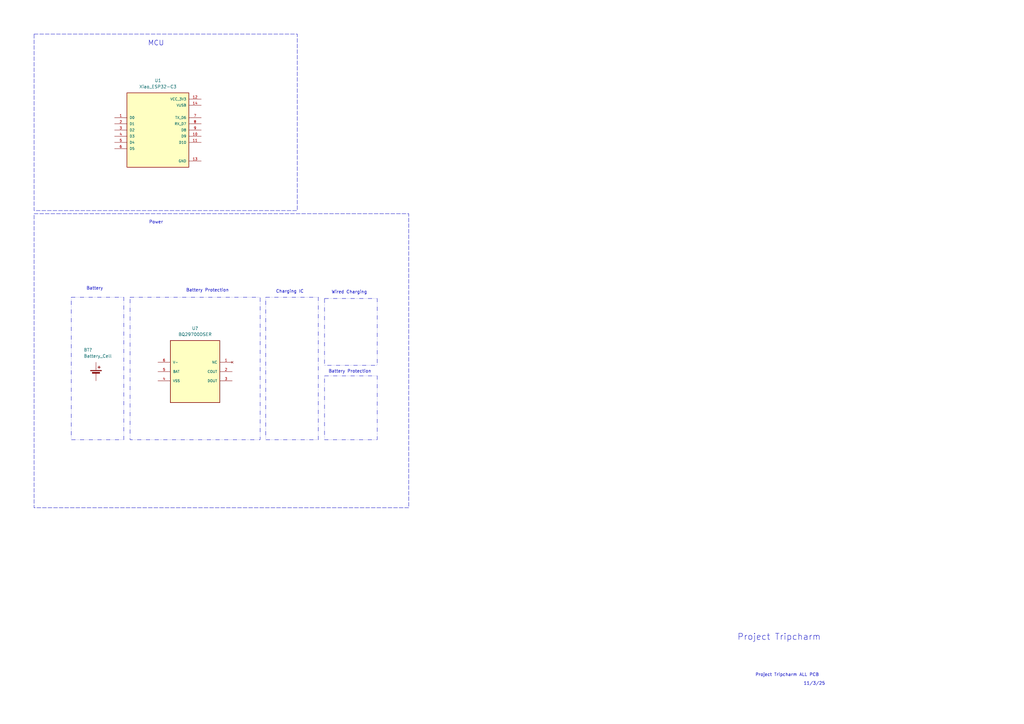
<source format=kicad_sch>
(kicad_sch (version 20250114) (generator "eeschema") (generator_version "9.0")
  (paper "A3")
  (lib_symbols
    (symbol "Device:Battery_Cell" (pin_numbers (hide yes)) (pin_names (offset 0) (hide yes))
      (property "Reference" "BT" (at 2.54 2.54 0))
      (property "Value" "Battery_Cell" (at 2.54 0 0))
      (symbol "Battery_Cell_0_1"
        (rectangle (start -2.286 1.778) (end 2.286 1.524) (fill (type outline)))
        (rectangle (start -1.524 1.016) (end 1.524 0.508) (fill (type outline)))
        (polyline (pts (xy 0 1.778) (xy 0 2.54)))
        (polyline (pts (xy 0 0.762) (xy 0 0)))
        (polyline (pts (xy 0.762 3.048) (xy 1.778 3.048)) (stroke (width 0.254)))
        (polyline (pts (xy 1.27 3.556) (xy 1.27 2.54)) (stroke (width 0.254)))
      )
      (symbol "Battery_Cell_1_1"
        (pin passive line (at 0 5.08 270) (length 2.54) (name "+") (number "1"))
        (pin passive line (at 0 -2.54 90) (length 2.54) (name "-") (number "2"))
      )
    )
    (symbol "tripcharm_symbols:BQ29700DSER" (pin_names (offset 1.016))
      (property "Reference" "U?" (at 0 17.78 0))
      (property "Value" "BQ29700DSER" (at 0 15.24 0))
      (symbol "BQ29700DSER_0_0"
        (rectangle (start -10.16 12.7) (end 10.16 -12.7) (stroke (width 0.254)) (fill (type background)))
        (pin no_connect line (at -15.24 3.81 0) (length 5.08) (name "NC") (number "1"))
        (pin output line (at -15.24 0 0) (length 5.08) (name "COUT") (number "2"))
        (pin output line (at -15.24 -3.81 0) (length 5.08) (name "DOUT") (number "3"))
        (pin bidirectional line (at 15.24 3.81 180) (length 5.08) (name "V-") (number "6"))
        (pin power_in line (at 15.24 0 180) (length 5.08) (name "BAT") (number "5"))
        (pin power_in line (at 15.24 -3.81 180) (length 5.08) (name "VSS") (number "4"))
      )
    )
    (symbol "tripcharm_symbols:Xiao_ESP32-C3" (pin_names (offset 1.016))
      (property "Reference" "U" (at -12.7 16.002 0))
      (property "Value" "Xiao_ESP32-C3" (at -12.7 -17.78 0))
      (symbol "Xiao_ESP32-C3_0_0"
        (rectangle (start -12.7 -15.24) (end 12.7 15.24) (stroke (width 0.254)) (fill (type background)))
        (pin bidirectional line (at -17.78 5.08 0) (length 5.08) (name "D0") (number "1"))
        (pin bidirectional line (at -17.78 2.54 0) (length 5.08) (name "D1") (number "2"))
        (pin bidirectional line (at -17.78 0 0) (length 5.08) (name "D2") (number "3"))
        (pin bidirectional line (at -17.78 -2.54 0) (length 5.08) (name "D3") (number "4"))
        (pin bidirectional line (at -17.78 -5.08 0) (length 5.08) (name "D4") (number "5"))
        (pin bidirectional line (at -17.78 -7.62 0) (length 5.08) (name "D5") (number "6"))
        (pin power_in line (at 17.78 12.7 180) (length 5.08) (name "VCC_3V3") (number "12"))
        (pin power_in line (at 17.78 10.16 180) (length 5.08) (name "VUSB") (number "14"))
        (pin bidirectional line (at 17.78 5.08 180) (length 5.08) (name "TX_D6") (number "7"))
        (pin bidirectional line (at 17.78 2.54 180) (length 5.08) (name "RX_D7") (number "8"))
        (pin bidirectional line (at 17.78 0 180) (length 5.08) (name "D8") (number "9"))
        (pin bidirectional line (at 17.78 -2.54 180) (length 5.08) (name "D9") (number "10"))
        (pin bidirectional line (at 17.78 -5.08 180) (length 5.08) (name "D10") (number "11"))
        (pin power_in line (at 17.78 -12.7 180) (length 5.08) (name "GND") (number "13"))
      )
    )
  )
  (rectangle (start 29.21 121.92) (end 50.8 180.34) (stroke (width 0) (type dash_dot_dot)))
  (rectangle (start 13.97 13.97) (end 121.92 86.36) (stroke (width 0) (type dash)))
  (rectangle (start 133.096 154.178) (end 154.686 180.34) (stroke (width 0) (type dash_dot_dot)))
  (rectangle (start 53.34 121.92) (end 106.68 180.34) (stroke (width 0) (type dash_dot_dot)))
  (rectangle (start 108.966 121.92) (end 130.556 180.34) (stroke (width 0) (type dash_dot_dot)))
  (rectangle (start 133.096 122.428) (end 154.686 149.86) (stroke (width 0) (type dash_dot_dot)))
  (rectangle (start 13.97 87.63) (end 167.64 208.28) (stroke (width 0) (type dash)))
  (text "Battery" (at 38.862 118.364 0) (effects (font (size 1.27 1.27))))
  (text "MCU" (at 64.008 17.78 0) (effects (font (size 2.032 2.032))))
  (text "Project Tripcharm ALL PCB" (at 322.834 276.86 0) (effects (font (size 1.27 1.27))))
  (text "Battery Protection" (at 85.09 119.126 0) (effects (font (size 1.27 1.27))))
  (text "Charging IC" (at 118.872 119.634 0) (effects (font (size 1.27 1.27))))
  (text "Battery Protection" (at 143.51 152.4 0) (effects (font (size 1.27 1.27))))
  (text "Project Tripcharm" (at 319.532 261.366 0) (effects (font (size 2.54 2.54))))
  (text "Power" (at 64.008 91.186 0) (effects (font (size 1.27 1.27))))
  (text "11/3/25" (at 334.01 280.416 0) (effects (font (size 1.27 1.27))))
  (text "Wired Charging" (at 143.256 119.888 0) (effects (font (size 1.27 1.27))))
  (symbol (lib_id "Device:Battery_Cell") (at 39.37 153.67 0) (unit 1)
    (property "Reference" "BT?" (at 34.29 143.51 0) (effects (justify left)))
    (property "Value" "Battery_Cell" (at 34.29 146.05 0) (effects (justify left)))
    (property "Description" "Single-cell battery" (effects (hide yes)))
  )
  (symbol (lib_id "tripcharm_symbols:Xiao_ESP32-C3") (at 64.77 53.34 0) (unit 1)
    (property "Reference" "U1" (at 64.77 33.02 0))
    (property "Value" "Xiao_ESP32-C3" (at 64.77 35.56 0))
    (property "Footprint" "footprints:Xiao_ESP32-C3" (effects (hide yes)))
    (property "MF" "Seeed Technology Co., Ltd" (effects (hide yes)))
    (property "MAXIMUM_PACKAGE_HEIGHT" "N/A" (effects (hide yes)))
    (property "Package" "None" (effects (hide yes)))
    (property "Price" "None" (effects (hide yes)))
    (property "Check_prices" "https://www.snapeda.com/parts/113991054/Seeed+Studio/view-part/?ref=eda" (effects (hide yes)))
    (property "STANDARD" "Manufacturer Recommendations" (effects (hide yes)))
    (property "PARTREV" "23/05/2022" (effects (hide yes)))
    (property "SnapEDA_Link" "https://www.snapeda.com/parts/113991054/Seeed+Studio/view-part/?ref=snap" (effects (hide yes)))
    (property "MP" "113991054" (effects (hide yes)))
    (property "Description_1" "- ESP32-C3 Transceiver; 802.11 a/b/g/n (Wi-Fi, WiFi, WLAN), Bluetooth® Smart 4.x Low Energy (BLE) 2.4GHz Evaluation Board" (effects (hide yes)))
    (property "SNAPEDA_PN" "113991054" (effects (hide yes)))
    (property "Availability" "In Stock" (effects (hide yes)))
    (property "MANUFACTURER" "Seeed Technology" (effects (hide yes)))
  )
  (symbol (lib_id "tripcharm_symbols:BQ29700DSER") (at 80.01 152.4 0) (mirror y) (unit 1)
    (property "Reference" "U?" (at 80.01 134.62 0))
    (property "Value" "BQ29700DSER" (at 80.01 137.16 0))
    (property "Footprint" "BQ29700DSER:SON50P150X150X80-6N" (effects (hide yes)))
    (property "MF" "Texas Instruments" (effects (hide yes)))
    (property "MAXIMUM_PACKAGE_HEIGHT" "0.8mm" (effects (hide yes)))
    (property "Package" "WSON-6 Texas Instruments" (effects (hide yes)))
    (property "Price" "None" (effects (hide yes)))
    (property "Check_prices" "https://www.snapeda.com/parts/BQ29700DSER/Texas+Instruments/view-part/?ref=eda" (effects (hide yes)))
    (property "STANDARD" "IPC-7351B" (effects (hide yes)))
    (property "PARTREV" "G" (effects (hide yes)))
    (property "SnapEDA_Link" "https://www.snapeda.com/parts/BQ29700DSER/Texas+Instruments/view-part/?ref=snap" (effects (hide yes)))
    (property "MP" "BQ29700DSER" (effects (hide yes)))
    (property "Description_1" "Li-Ion/Li Polymer Advanced Single-Cell Battery Protector IC Family" (effects (hide yes)))
    (property "Availability" "In Stock" (effects (hide yes)))
    (property "MANUFACTURER" "Texas Instruments" (effects (hide yes)))
  )
)
</source>
